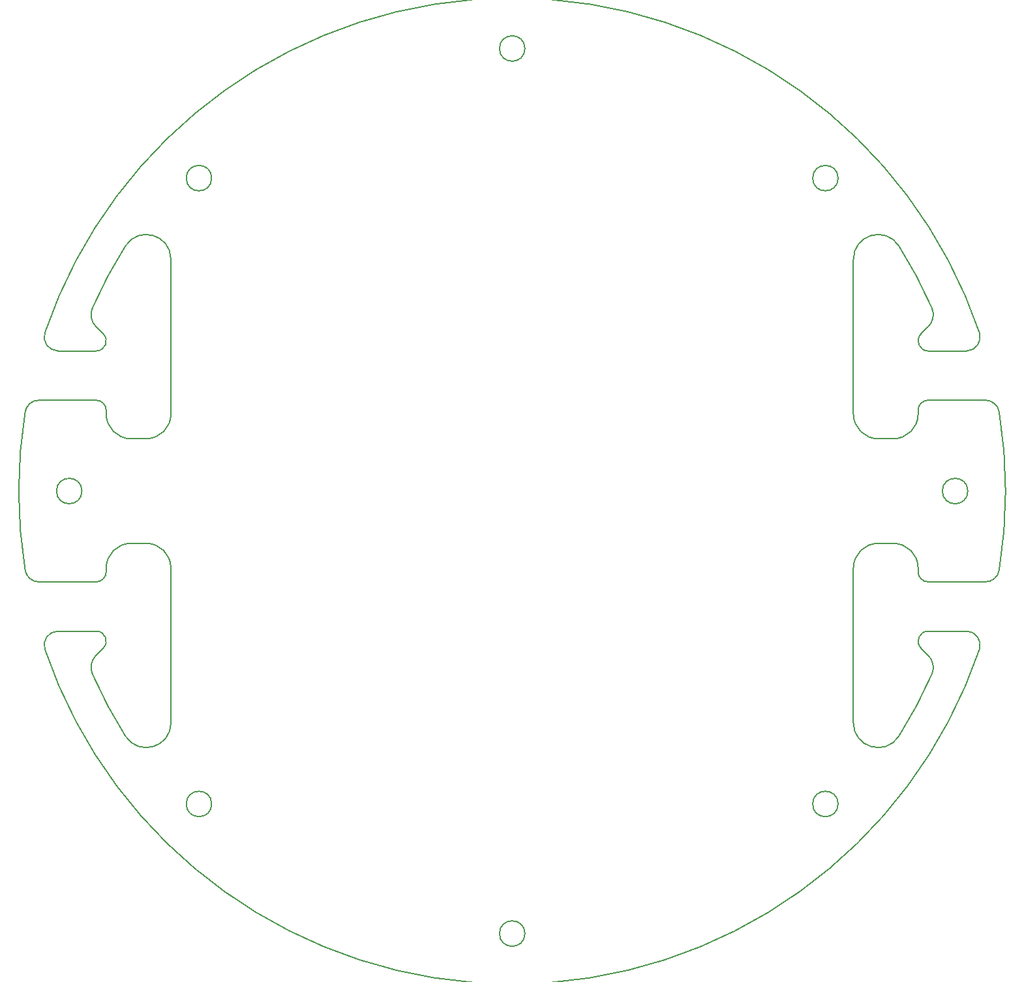
<source format=gm1>
G04 #@! TF.GenerationSoftware,KiCad,Pcbnew,9.0.6-9.0.6~ubuntu24.04.1*
G04 #@! TF.CreationDate,2026-01-15T22:16:43+01:00*
G04 #@! TF.ProjectId,tuba-electronics,74756261-2d65-46c6-9563-74726f6e6963,0*
G04 #@! TF.SameCoordinates,Original*
G04 #@! TF.FileFunction,Profile,NP*
%FSLAX46Y46*%
G04 Gerber Fmt 4.6, Leading zero omitted, Abs format (unit mm)*
G04 Created by KiCad (PCBNEW 9.0.6-9.0.6~ubuntu24.04.1) date 2026-01-15 22:16:43*
%MOMM*%
%LPD*%
G01*
G04 APERTURE LIST*
G04 #@! TA.AperFunction,Profile*
%ADD10C,0.200000*%
G04 #@! TD*
G04 APERTURE END LIST*
D10*
X194516537Y-121629927D02*
X194516537Y-101499999D01*
X204236495Y-70141559D02*
X204236498Y-70141562D01*
X88775000Y-103300000D02*
X96216538Y-103300000D01*
X105916537Y-121629928D02*
G75*
G02*
X100014318Y-123343983I-3199997J-2D01*
G01*
X209366537Y-91500000D02*
G75*
G02*
X206066537Y-91500000I-1650000J0D01*
G01*
X206066537Y-91500000D02*
G75*
G02*
X209366537Y-91500000I1650000J0D01*
G01*
X204696975Y-115294630D02*
G75*
G02*
X200418761Y-123343986I-54480275J23794530D01*
G01*
X210870766Y-70921687D02*
G75*
G02*
X209166198Y-73299998I-1704566J-578313D01*
G01*
X211658007Y-79700000D02*
X204216537Y-79700000D01*
X209166197Y-109700000D02*
G75*
G02*
X210870768Y-112078314I3J-1800000D01*
G01*
X200418759Y-123343985D02*
G75*
G02*
X194516455Y-121629927I-2702259J1714085D01*
G01*
X197716537Y-84700000D02*
G75*
G02*
X194516500Y-81500000I-37J3200000D01*
G01*
X96216537Y-79700000D02*
X88763653Y-79700000D01*
X202916537Y-81000000D02*
G75*
G02*
X204216537Y-79700037I1299963J0D01*
G01*
X91266817Y-73300000D02*
X96216537Y-73300000D01*
X94366537Y-91500000D02*
G75*
G02*
X91066537Y-91500000I-1650000J0D01*
G01*
X91066537Y-91500000D02*
G75*
G02*
X94366537Y-91500000I1650000J0D01*
G01*
X100716536Y-98300000D02*
X102716538Y-98300000D01*
X97516537Y-101499999D02*
G75*
G02*
X100716536Y-98300037I3199963J-1D01*
G01*
X91266817Y-73300000D02*
G75*
G02*
X89562239Y-70921664I-17J1800000D01*
G01*
X203297299Y-111919240D02*
X204236512Y-112858452D01*
X204236498Y-70141562D02*
X203297298Y-71080761D01*
X89562308Y-70921687D02*
G75*
G02*
X210870766Y-70921687I60654229J-20578313D01*
G01*
X105916537Y-61370070D02*
X105916537Y-81500000D01*
X96196563Y-112858451D02*
X97135775Y-111919240D01*
X194516537Y-81500000D02*
X194516537Y-61370070D01*
X100014315Y-123343985D02*
G75*
G02*
X95736096Y-115294631I50201985J31843885D01*
G01*
X96196576Y-70141562D02*
G75*
G02*
X95736088Y-67705365I1555624J1555662D01*
G01*
X151866537Y-34000000D02*
G75*
G02*
X148566537Y-34000000I-1650000J0D01*
G01*
X148566537Y-34000000D02*
G75*
G02*
X151866537Y-34000000I1650000J0D01*
G01*
X197716536Y-98300000D02*
X199716538Y-98300000D01*
X199716538Y-98300000D02*
G75*
G02*
X202916500Y-101499999I-38J-3200000D01*
G01*
X95736099Y-115294630D02*
G75*
G02*
X96196572Y-112858460I2016101J880530D01*
G01*
X100014315Y-59656015D02*
G75*
G02*
X105916541Y-61370070I2702225J-1714055D01*
G01*
X192525177Y-132158640D02*
G75*
G02*
X189225177Y-132158640I-1650000J0D01*
G01*
X189225177Y-132158640D02*
G75*
G02*
X192525177Y-132158640I1650000J0D01*
G01*
X213434697Y-101789157D02*
G75*
G02*
X211658075Y-103299975I-1776597J289157D01*
G01*
X97516537Y-102000001D02*
X97516537Y-101499999D01*
X213434697Y-81210843D02*
G75*
G02*
X213434697Y-101789157I-63218197J-10289157D01*
G01*
X102716537Y-84700000D02*
X100716537Y-84700000D01*
X202916537Y-101499999D02*
X202916537Y-102000000D01*
X105916537Y-101499999D02*
X105916537Y-121629928D01*
X204216537Y-73300000D02*
X209166198Y-73300000D01*
X97516537Y-81500000D02*
X97516537Y-81000000D01*
X202916537Y-81000000D02*
X202916537Y-81500000D01*
X211658007Y-79700000D02*
G75*
G02*
X213434707Y-81210841I-7J-1800100D01*
G01*
X105916537Y-81500000D02*
G75*
G02*
X102716537Y-84700037I-3200037J0D01*
G01*
X202916537Y-81500000D02*
G75*
G02*
X199716537Y-84700037I-3200037J0D01*
G01*
X96216536Y-109700000D02*
X91266877Y-109700000D01*
X96216537Y-79700000D02*
G75*
G02*
X97516500Y-81000000I-37J-1300000D01*
G01*
X96216536Y-109700000D02*
G75*
G02*
X97135756Y-111919221I-36J-1300000D01*
G01*
X111207897Y-132158640D02*
G75*
G02*
X107907897Y-132158640I-1650000J0D01*
G01*
X107907897Y-132158640D02*
G75*
G02*
X111207897Y-132158640I1650000J0D01*
G01*
X192525177Y-50841360D02*
G75*
G02*
X189225177Y-50841360I-1650000J0D01*
G01*
X189225177Y-50841360D02*
G75*
G02*
X192525177Y-50841360I1650000J0D01*
G01*
X210870766Y-112078313D02*
G75*
G02*
X89562308Y-112078313I-60654229J20578313D01*
G01*
X194516537Y-101499999D02*
G75*
G02*
X197716536Y-98300037I3199963J-1D01*
G01*
X97135776Y-71080761D02*
G75*
G02*
X96216537Y-73300026I-919276J-919239D01*
G01*
X95736099Y-67705370D02*
G75*
G02*
X100014319Y-59656018I54481301J-23795130D01*
G01*
X200418759Y-59656015D02*
G75*
G02*
X204696977Y-67705369I-50201059J-31843385D01*
G01*
X194516538Y-121629927D02*
X194516537Y-121629927D01*
X203297299Y-111919240D02*
G75*
G02*
X204216539Y-109700026I919201J919240D01*
G01*
X86998377Y-101789157D02*
G75*
G02*
X86998377Y-81210843I63218123J10289157D01*
G01*
X97516537Y-102000001D02*
G75*
G02*
X96216538Y-103300037I-1300037J1D01*
G01*
X97135776Y-71080761D02*
X96196576Y-70141562D01*
X199716537Y-84700000D02*
X197716537Y-84700000D01*
X204236512Y-112858452D02*
G75*
G02*
X204696991Y-115294637I-1555612J-1555648D01*
G01*
X204216537Y-103300000D02*
X211658075Y-103300000D01*
X204216537Y-103300000D02*
G75*
G02*
X202916500Y-102000000I-37J1300000D01*
G01*
X194516537Y-61370070D02*
G75*
G02*
X200418689Y-59656059I3199963J-30D01*
G01*
X204216537Y-73300000D02*
G75*
G02*
X203297280Y-71080743I-37J1300000D01*
G01*
X209166197Y-109700000D02*
X204216539Y-109700000D01*
X86998377Y-81210843D02*
G75*
G02*
X88763653Y-79699937I1776723J-289157D01*
G01*
X102716538Y-98300000D02*
G75*
G02*
X105916500Y-101499999I-38J-3200000D01*
G01*
X111207897Y-50841360D02*
G75*
G02*
X107907897Y-50841360I-1650000J0D01*
G01*
X107907897Y-50841360D02*
G75*
G02*
X111207897Y-50841360I1650000J0D01*
G01*
X100716537Y-84700000D02*
G75*
G02*
X97516500Y-81500000I-37J3200000D01*
G01*
X151866537Y-149000000D02*
G75*
G02*
X148566537Y-149000000I-1650000J0D01*
G01*
X148566537Y-149000000D02*
G75*
G02*
X151866537Y-149000000I1650000J0D01*
G01*
X204696975Y-67705370D02*
G75*
G02*
X204236500Y-70141564I-2016175J-880530D01*
G01*
X89562308Y-112078313D02*
G75*
G02*
X91266877Y-109699978I1704592J578313D01*
G01*
X88775000Y-103300000D02*
G75*
G02*
X86998377Y-101789157I0J1800000D01*
G01*
M02*

</source>
